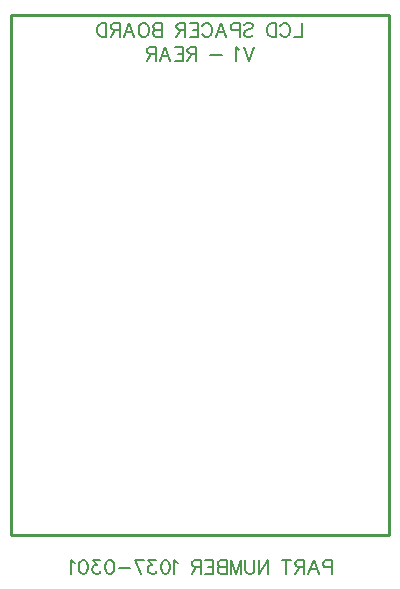
<source format=gbo>
G04 Layer: BottomSilkscreenLayer*
G04 Panelize: , Column: 2, Row: 2, Board Size: 38.1mm x 48.26mm, Panelized Board Size: 78.2mm x 98.52mm*
G04 EasyEDA v6.5.32, 2023-07-25 14:04:49*
G04 26ee29f00f8346e4b9e91c05231c83e7,5a6b42c53f6a479593ecc07194224c93,10*
G04 Gerber Generator version 0.2*
G04 Scale: 100 percent, Rotated: No, Reflected: No *
G04 Dimensions in millimeters *
G04 leading zeros omitted , absolute positions ,4 integer and 5 decimal *
%FSLAX45Y45*%
%MOMM*%

%ADD10C,0.2032*%
%ADD11C,0.2540*%

%LPD*%
D10*
X2362194Y5556679D02*
G01*
X2318557Y5442135D01*
X2274923Y5556679D02*
G01*
X2318557Y5442135D01*
X2238923Y5534863D02*
G01*
X2228014Y5540316D01*
X2211649Y5556679D01*
X2211649Y5442135D01*
X2091649Y5491226D02*
G01*
X1993468Y5491226D01*
X1873468Y5556679D02*
G01*
X1873468Y5442135D01*
X1873468Y5556679D02*
G01*
X1824377Y5556679D01*
X1808015Y5551225D01*
X1802559Y5545772D01*
X1797105Y5534863D01*
X1797105Y5523953D01*
X1802559Y5513044D01*
X1808015Y5507588D01*
X1824377Y5502135D01*
X1873468Y5502135D01*
X1835287Y5502135D02*
G01*
X1797105Y5442135D01*
X1761106Y5556679D02*
G01*
X1761106Y5442135D01*
X1761106Y5556679D02*
G01*
X1690197Y5556679D01*
X1761106Y5502135D02*
G01*
X1717469Y5502135D01*
X1761106Y5442135D02*
G01*
X1690197Y5442135D01*
X1610560Y5556679D02*
G01*
X1654195Y5442135D01*
X1610560Y5556679D02*
G01*
X1566923Y5442135D01*
X1637832Y5480316D02*
G01*
X1583286Y5480316D01*
X1530924Y5556679D02*
G01*
X1530924Y5442135D01*
X1530924Y5556679D02*
G01*
X1481833Y5556679D01*
X1465468Y5551225D01*
X1460014Y5545772D01*
X1454561Y5534863D01*
X1454561Y5523953D01*
X1460014Y5513044D01*
X1465468Y5507588D01*
X1481833Y5502135D01*
X1530924Y5502135D01*
X1492742Y5502135D02*
G01*
X1454561Y5442135D01*
X2768600Y5759889D02*
G01*
X2768600Y5645345D01*
X2768600Y5645345D02*
G01*
X2703146Y5645345D01*
X2585328Y5732617D02*
G01*
X2590782Y5743526D01*
X2601691Y5754436D01*
X2612600Y5759889D01*
X2634419Y5759889D01*
X2645328Y5754436D01*
X2656235Y5743526D01*
X2661691Y5732617D01*
X2667144Y5716254D01*
X2667144Y5688982D01*
X2661691Y5672617D01*
X2656235Y5661708D01*
X2645328Y5650798D01*
X2634419Y5645345D01*
X2612600Y5645345D01*
X2601691Y5650798D01*
X2590782Y5661708D01*
X2585328Y5672617D01*
X2549326Y5759889D02*
G01*
X2549326Y5645345D01*
X2549326Y5759889D02*
G01*
X2511145Y5759889D01*
X2494782Y5754436D01*
X2483873Y5743526D01*
X2478417Y5732617D01*
X2472964Y5716254D01*
X2472964Y5688982D01*
X2478417Y5672617D01*
X2483873Y5661708D01*
X2494782Y5650798D01*
X2511145Y5645345D01*
X2549326Y5645345D01*
X2276602Y5743526D02*
G01*
X2287511Y5754436D01*
X2303873Y5759889D01*
X2325692Y5759889D01*
X2342055Y5754436D01*
X2352964Y5743526D01*
X2352964Y5732617D01*
X2347511Y5721708D01*
X2342055Y5716254D01*
X2331145Y5710798D01*
X2298418Y5699889D01*
X2287511Y5694436D01*
X2282055Y5688982D01*
X2276602Y5678073D01*
X2276602Y5661708D01*
X2287511Y5650798D01*
X2303873Y5645345D01*
X2325692Y5645345D01*
X2342055Y5650798D01*
X2352964Y5661708D01*
X2240600Y5759889D02*
G01*
X2240600Y5645345D01*
X2240600Y5759889D02*
G01*
X2191509Y5759889D01*
X2175146Y5754436D01*
X2169690Y5748982D01*
X2164237Y5738073D01*
X2164237Y5721708D01*
X2169690Y5710798D01*
X2175146Y5705345D01*
X2191509Y5699889D01*
X2240600Y5699889D01*
X2084600Y5759889D02*
G01*
X2128238Y5645345D01*
X2084600Y5759889D02*
G01*
X2040966Y5645345D01*
X2111872Y5683526D02*
G01*
X2057328Y5683526D01*
X1923148Y5732617D02*
G01*
X1928601Y5743526D01*
X1939510Y5754436D01*
X1950420Y5759889D01*
X1972238Y5759889D01*
X1983148Y5754436D01*
X1994054Y5743526D01*
X1999510Y5732617D01*
X2004964Y5716254D01*
X2004964Y5688982D01*
X1999510Y5672617D01*
X1994054Y5661708D01*
X1983148Y5650798D01*
X1972238Y5645345D01*
X1950420Y5645345D01*
X1939510Y5650798D01*
X1928601Y5661708D01*
X1923148Y5672617D01*
X1887146Y5759889D02*
G01*
X1887146Y5645345D01*
X1887146Y5759889D02*
G01*
X1816237Y5759889D01*
X1887146Y5705345D02*
G01*
X1843511Y5705345D01*
X1887146Y5645345D02*
G01*
X1816237Y5645345D01*
X1780237Y5759889D02*
G01*
X1780237Y5645345D01*
X1780237Y5759889D02*
G01*
X1731147Y5759889D01*
X1714784Y5754436D01*
X1709328Y5748982D01*
X1703875Y5738073D01*
X1703875Y5727164D01*
X1709328Y5716254D01*
X1714784Y5710798D01*
X1731147Y5705345D01*
X1780237Y5705345D01*
X1742056Y5705345D02*
G01*
X1703875Y5645345D01*
X1583875Y5759889D02*
G01*
X1583875Y5645345D01*
X1583875Y5759889D02*
G01*
X1534784Y5759889D01*
X1518419Y5754436D01*
X1512966Y5748982D01*
X1507512Y5738073D01*
X1507512Y5727164D01*
X1512966Y5716254D01*
X1518419Y5710798D01*
X1534784Y5705345D01*
X1583875Y5705345D02*
G01*
X1534784Y5705345D01*
X1518419Y5699889D01*
X1512966Y5694436D01*
X1507512Y5683526D01*
X1507512Y5667164D01*
X1512966Y5656254D01*
X1518419Y5650798D01*
X1534784Y5645345D01*
X1583875Y5645345D01*
X1438785Y5759889D02*
G01*
X1449692Y5754436D01*
X1460601Y5743526D01*
X1466057Y5732617D01*
X1471510Y5716254D01*
X1471510Y5688982D01*
X1466057Y5672617D01*
X1460601Y5661708D01*
X1449692Y5650798D01*
X1438785Y5645345D01*
X1416966Y5645345D01*
X1406057Y5650798D01*
X1395148Y5661708D01*
X1389692Y5672617D01*
X1384239Y5688982D01*
X1384239Y5716254D01*
X1389692Y5732617D01*
X1395148Y5743526D01*
X1406057Y5754436D01*
X1416966Y5759889D01*
X1438785Y5759889D01*
X1304602Y5759889D02*
G01*
X1348239Y5645345D01*
X1304602Y5759889D02*
G01*
X1260967Y5645345D01*
X1331874Y5683526D02*
G01*
X1277330Y5683526D01*
X1224965Y5759889D02*
G01*
X1224965Y5645345D01*
X1224965Y5759889D02*
G01*
X1175875Y5759889D01*
X1159512Y5754436D01*
X1154056Y5748982D01*
X1148603Y5738073D01*
X1148603Y5727164D01*
X1154056Y5716254D01*
X1159512Y5710798D01*
X1175875Y5705345D01*
X1224965Y5705345D01*
X1186784Y5705345D02*
G01*
X1148603Y5645345D01*
X1112603Y5759889D02*
G01*
X1112603Y5645345D01*
X1112603Y5759889D02*
G01*
X1074422Y5759889D01*
X1058057Y5754436D01*
X1047148Y5743526D01*
X1041694Y5732617D01*
X1036238Y5716254D01*
X1036238Y5688982D01*
X1041694Y5672617D01*
X1047148Y5661708D01*
X1058057Y5650798D01*
X1074422Y5645345D01*
X1112603Y5645345D01*
X3022594Y1213286D02*
G01*
X3022594Y1098743D01*
X3022594Y1213286D02*
G01*
X2973504Y1213286D01*
X2957141Y1207833D01*
X2951685Y1202380D01*
X2946232Y1191470D01*
X2946232Y1175105D01*
X2951685Y1164196D01*
X2957141Y1158742D01*
X2973504Y1153287D01*
X3022594Y1153287D01*
X2866595Y1213286D02*
G01*
X2910230Y1098743D01*
X2866595Y1213286D02*
G01*
X2822958Y1098743D01*
X2893867Y1136924D02*
G01*
X2839323Y1136924D01*
X2786959Y1213286D02*
G01*
X2786959Y1098743D01*
X2786959Y1213286D02*
G01*
X2737868Y1213286D01*
X2721505Y1207833D01*
X2716049Y1202380D01*
X2710596Y1191470D01*
X2710596Y1180561D01*
X2716049Y1169652D01*
X2721505Y1164196D01*
X2737868Y1158742D01*
X2786959Y1158742D01*
X2748777Y1158742D02*
G01*
X2710596Y1098743D01*
X2636413Y1213286D02*
G01*
X2636413Y1098743D01*
X2674594Y1213286D02*
G01*
X2598232Y1213286D01*
X2478232Y1213286D02*
G01*
X2478232Y1098743D01*
X2478232Y1213286D02*
G01*
X2401869Y1098743D01*
X2401869Y1213286D02*
G01*
X2401869Y1098743D01*
X2365867Y1213286D02*
G01*
X2365867Y1131470D01*
X2360414Y1115105D01*
X2349505Y1104196D01*
X2333142Y1098743D01*
X2322233Y1098743D01*
X2305867Y1104196D01*
X2294961Y1115105D01*
X2289505Y1131470D01*
X2289505Y1213286D01*
X2253505Y1213286D02*
G01*
X2253505Y1098743D01*
X2253505Y1213286D02*
G01*
X2209868Y1098743D01*
X2166233Y1213286D02*
G01*
X2209868Y1098743D01*
X2166233Y1213286D02*
G01*
X2166233Y1098743D01*
X2130231Y1213286D02*
G01*
X2130231Y1098743D01*
X2130231Y1213286D02*
G01*
X2081141Y1213286D01*
X2064778Y1207833D01*
X2059325Y1202380D01*
X2053869Y1191470D01*
X2053869Y1180561D01*
X2059325Y1169652D01*
X2064778Y1164196D01*
X2081141Y1158742D01*
X2130231Y1158742D02*
G01*
X2081141Y1158742D01*
X2064778Y1153287D01*
X2059325Y1147833D01*
X2053869Y1136924D01*
X2053869Y1120561D01*
X2059325Y1109652D01*
X2064778Y1104196D01*
X2081141Y1098743D01*
X2130231Y1098743D01*
X2017869Y1213286D02*
G01*
X2017869Y1098743D01*
X2017869Y1213286D02*
G01*
X1946960Y1213286D01*
X2017869Y1158742D02*
G01*
X1974232Y1158742D01*
X2017869Y1098743D02*
G01*
X1946960Y1098743D01*
X1910961Y1213286D02*
G01*
X1910961Y1098743D01*
X1910961Y1213286D02*
G01*
X1861870Y1213286D01*
X1845505Y1207833D01*
X1840052Y1202380D01*
X1834596Y1191470D01*
X1834596Y1180561D01*
X1840052Y1169652D01*
X1845505Y1164196D01*
X1861870Y1158742D01*
X1910961Y1158742D01*
X1872780Y1158742D02*
G01*
X1834596Y1098743D01*
X1714596Y1191470D02*
G01*
X1703687Y1196924D01*
X1687324Y1213286D01*
X1687324Y1098743D01*
X1618597Y1213286D02*
G01*
X1634962Y1207833D01*
X1645869Y1191470D01*
X1651325Y1164196D01*
X1651325Y1147833D01*
X1645869Y1120561D01*
X1634962Y1104196D01*
X1618597Y1098743D01*
X1607687Y1098743D01*
X1591325Y1104196D01*
X1580415Y1120561D01*
X1574962Y1147833D01*
X1574962Y1164196D01*
X1580415Y1191470D01*
X1591325Y1207833D01*
X1607687Y1213286D01*
X1618597Y1213286D01*
X1528051Y1213286D02*
G01*
X1468051Y1213286D01*
X1500779Y1169652D01*
X1484416Y1169652D01*
X1473507Y1164196D01*
X1468051Y1158742D01*
X1462598Y1142380D01*
X1462598Y1131470D01*
X1468051Y1115105D01*
X1478960Y1104196D01*
X1495325Y1098743D01*
X1511688Y1098743D01*
X1528051Y1104196D01*
X1533507Y1109652D01*
X1538960Y1120561D01*
X1350233Y1213286D02*
G01*
X1404780Y1098743D01*
X1426598Y1213286D02*
G01*
X1350233Y1213286D01*
X1314234Y1147833D02*
G01*
X1216052Y1147833D01*
X1147325Y1213286D02*
G01*
X1163688Y1207833D01*
X1174597Y1191470D01*
X1180053Y1164196D01*
X1180053Y1147833D01*
X1174597Y1120561D01*
X1163688Y1104196D01*
X1147325Y1098743D01*
X1136416Y1098743D01*
X1120053Y1104196D01*
X1109144Y1120561D01*
X1103688Y1147833D01*
X1103688Y1164196D01*
X1109144Y1191470D01*
X1120053Y1207833D01*
X1136416Y1213286D01*
X1147325Y1213286D01*
X1056779Y1213286D02*
G01*
X996779Y1213286D01*
X1029507Y1169652D01*
X1013145Y1169652D01*
X1002235Y1164196D01*
X996779Y1158742D01*
X991326Y1142380D01*
X991326Y1131470D01*
X996779Y1115105D01*
X1007689Y1104196D01*
X1024054Y1098743D01*
X1040417Y1098743D01*
X1056779Y1104196D01*
X1062235Y1109652D01*
X1067688Y1120561D01*
X922599Y1213286D02*
G01*
X938961Y1207833D01*
X949871Y1191470D01*
X955327Y1164196D01*
X955327Y1147833D01*
X949871Y1120561D01*
X938961Y1104196D01*
X922599Y1098743D01*
X911689Y1098743D01*
X895327Y1104196D01*
X884417Y1120561D01*
X878961Y1147833D01*
X878961Y1164196D01*
X884417Y1191470D01*
X895327Y1207833D01*
X911689Y1213286D01*
X922599Y1213286D01*
X842962Y1191470D02*
G01*
X832053Y1196924D01*
X815690Y1213286D01*
X815690Y1098743D01*
D11*
X304800Y5829300D02*
G01*
X3504793Y5829300D01*
X3504793Y1429308D01*
X304800Y1429308D01*
X304800Y5829300D01*
M02*

</source>
